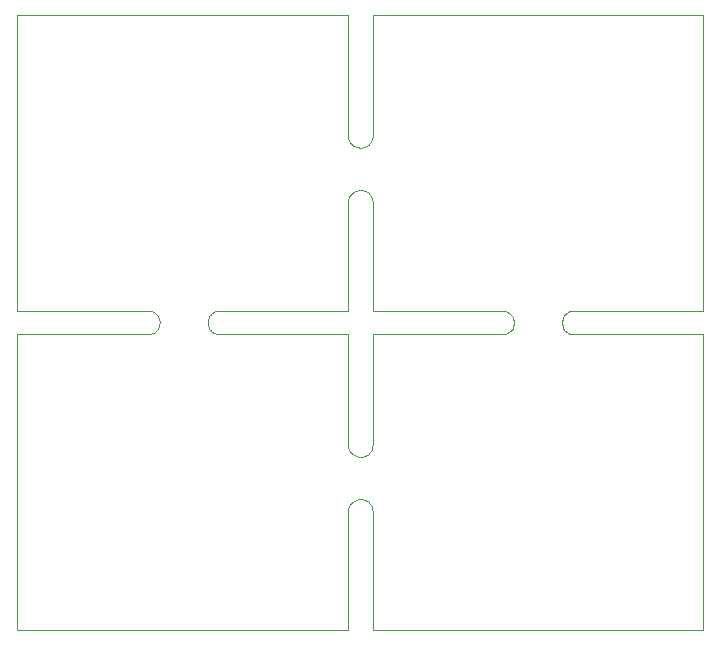
<source format=gko>
%MOIN*%
%OFA0B0*%
%FSLAX44Y44*%
%IPPOS*%
%LPD*%
%ADD10C,0*%
D10*
X00018515Y00009842D02*
X00018515Y00009842D01*
X00016121Y00009842D02*
X00016121Y00009842D01*
X00016121Y00009842D02*
X00011806Y00009842D01*
X00011806Y00006148D01*
X00011804Y00006106D01*
X00011798Y00006065D01*
X00011787Y00006025D01*
X00011772Y00005987D01*
X00011753Y00005950D01*
X00011730Y00005915D01*
X00011704Y00005883D01*
X00011675Y00005854D01*
X00011643Y00005828D01*
X00011608Y00005806D01*
X00011571Y00005787D01*
X00011532Y00005773D01*
X00011492Y00005762D01*
X00011451Y00005756D01*
X00011410Y00005754D01*
X00011368Y00005756D01*
X00011328Y00005763D01*
X00011288Y00005774D01*
X00011249Y00005790D01*
X00011212Y00005809D01*
X00011177Y00005829D01*
X00011160Y00005840D01*
X00011143Y00005852D01*
X00011127Y00005865D01*
X00011112Y00005878D01*
X00011097Y00005892D01*
X00011083Y00005907D01*
X00011070Y00005923D01*
X00011058Y00005939D01*
X00011046Y00005956D01*
X00011036Y00005973D01*
X00011026Y00005991D01*
X00011017Y00006010D01*
X00011009Y00006029D01*
X00011003Y00006048D01*
X00010997Y00006068D01*
X00010992Y00006087D01*
X00010989Y00006107D01*
X00010986Y00006128D01*
X00010984Y00006148D01*
X00010984Y00006168D01*
X00010984Y00009842D01*
X00006706Y00009842D01*
X00006675Y00009843D01*
X00006644Y00009847D01*
X00006614Y00009853D01*
X00006584Y00009861D01*
X00006555Y00009872D01*
X00006527Y00009885D01*
X00006500Y00009900D01*
X00006475Y00009917D01*
X00006450Y00009936D01*
X00006428Y00009957D01*
X00006407Y00009980D01*
X00006388Y00010004D01*
X00006370Y00010030D01*
X00006355Y00010057D01*
X00006342Y00010085D01*
X00006332Y00010114D01*
X00006323Y00010144D01*
X00006317Y00010174D01*
X00006314Y00010205D01*
X00006312Y00010236D01*
X00006312Y00010243D01*
X00006314Y00010274D01*
X00006317Y00010305D01*
X00006323Y00010335D01*
X00006332Y00010365D01*
X00006342Y00010394D01*
X00006355Y00010422D01*
X00006370Y00010449D01*
X00006388Y00010475D01*
X00006407Y00010499D01*
X00006428Y00010522D01*
X00006450Y00010543D01*
X00006475Y00010562D01*
X00006500Y00010579D01*
X00006527Y00010594D01*
X00006555Y00010607D01*
X00006584Y00010618D01*
X00006614Y00010626D01*
X00006644Y00010632D01*
X00006675Y00010636D01*
X00006706Y00010637D01*
X00010982Y00010637D01*
X00010982Y00014246D01*
X00010983Y00014271D01*
X00010985Y00014296D01*
X00010989Y00014321D01*
X00010995Y00014345D01*
X00011002Y00014370D01*
X00011011Y00014393D01*
X00011021Y00014416D01*
X00011033Y00014439D01*
X00011046Y00014460D01*
X00011060Y00014481D01*
X00011076Y00014501D01*
X00011093Y00014519D01*
X00011111Y00014537D01*
X00011130Y00014553D01*
X00011150Y00014568D01*
X00011171Y00014582D01*
X00011193Y00014594D01*
X00011216Y00014605D01*
X00011239Y00014615D01*
X00011263Y00014623D01*
X00011300Y00014634D01*
X00011335Y00014643D01*
X00011372Y00014648D01*
X00011408Y00014650D01*
X00011445Y00014649D01*
X00011481Y00014644D01*
X00011517Y00014636D01*
X00011552Y00014625D01*
X00011585Y00014611D01*
X00011617Y00014593D01*
X00011648Y00014572D01*
X00011676Y00014549D01*
X00011702Y00014523D01*
X00011726Y00014495D01*
X00011747Y00014465D01*
X00011764Y00014433D01*
X00011779Y00014400D01*
X00011791Y00014365D01*
X00011800Y00014330D01*
X00011805Y00014293D01*
X00011806Y00014257D01*
X00011806Y00010629D01*
X00016121Y00010629D01*
X00016183Y00010624D01*
X00016243Y00010610D01*
X00016300Y00010586D01*
X00016353Y00010554D01*
X00016400Y00010514D01*
X00016440Y00010467D01*
X00016472Y00010414D01*
X00016496Y00010357D01*
X00016510Y00010297D01*
X00016515Y00010235D01*
X00016510Y00010174D01*
X00016496Y00010114D01*
X00016472Y00010057D01*
X00016440Y00010004D01*
X00016400Y00009957D01*
X00016353Y00009917D01*
X00016300Y00009885D01*
X00016243Y00009861D01*
X00016183Y00009847D01*
X00016121Y00009842D01*
X00016121Y00009842D01*
X00022830Y00009842D02*
X00018515Y00009842D01*
X00018515Y00009842D01*
X00018453Y00009847D01*
X00018393Y00009861D01*
X00018336Y00009885D01*
X00018283Y00009917D01*
X00018237Y00009957D01*
X00018196Y00010004D01*
X00018164Y00010057D01*
X00018140Y00010114D01*
X00018126Y00010174D01*
X00018121Y00010235D01*
X00018126Y00010297D01*
X00018140Y00010357D01*
X00018164Y00010414D01*
X00018196Y00010467D01*
X00018237Y00010514D01*
X00018283Y00010554D01*
X00018336Y00010586D01*
X00018393Y00010610D01*
X00018453Y00010624D01*
X00018515Y00010629D01*
X00022830Y00010629D01*
X00022830Y00020472D01*
X00011806Y00020472D01*
X00011806Y00016459D01*
X00011805Y00016423D01*
X00011800Y00016386D01*
X00011791Y00016351D01*
X00011779Y00016316D01*
X00011764Y00016283D01*
X00011747Y00016251D01*
X00011726Y00016221D01*
X00011702Y00016192D01*
X00011676Y00016167D01*
X00011648Y00016144D01*
X00011617Y00016123D01*
X00011585Y00016105D01*
X00011552Y00016091D01*
X00011517Y00016080D01*
X00011481Y00016072D01*
X00011445Y00016067D01*
X00011408Y00016066D01*
X00011372Y00016068D01*
X00011335Y00016073D01*
X00011300Y00016082D01*
X00011263Y00016093D01*
X00011239Y00016101D01*
X00011216Y00016111D01*
X00011193Y00016122D01*
X00011171Y00016134D01*
X00011150Y00016148D01*
X00011130Y00016163D01*
X00011111Y00016179D01*
X00011093Y00016197D01*
X00011076Y00016215D01*
X00011060Y00016235D01*
X00011046Y00016256D01*
X00011033Y00016277D01*
X00011021Y00016300D01*
X00011011Y00016323D01*
X00011002Y00016346D01*
X00010995Y00016371D01*
X00010989Y00016395D01*
X00010985Y00016420D01*
X00010983Y00016445D01*
X00010982Y00016470D01*
X00010982Y00020480D01*
X-00000040Y00020480D01*
X-00000040Y00010637D01*
X00004315Y00010637D01*
X00004346Y00010636D01*
X00004377Y00010632D01*
X00004407Y00010626D01*
X00004437Y00010618D01*
X00004466Y00010607D01*
X00004494Y00010594D01*
X00004521Y00010579D01*
X00004546Y00010562D01*
X00004571Y00010543D01*
X00004593Y00010522D01*
X00004614Y00010499D01*
X00004634Y00010475D01*
X00004651Y00010449D01*
X00004666Y00010422D01*
X00004679Y00010394D01*
X00004689Y00010365D01*
X00004698Y00010335D01*
X00004704Y00010305D01*
X00004708Y00010274D01*
X00004709Y00010243D01*
X00004709Y00010236D01*
X00004708Y00010205D01*
X00004704Y00010174D01*
X00004698Y00010144D01*
X00004689Y00010114D01*
X00004679Y00010085D01*
X00004666Y00010057D01*
X00004651Y00010030D01*
X00004634Y00010004D01*
X00004614Y00009980D01*
X00004593Y00009957D01*
X00004571Y00009936D01*
X00004546Y00009917D01*
X00004521Y00009900D01*
X00004494Y00009885D01*
X00004466Y00009872D01*
X00004437Y00009861D01*
X00004407Y00009853D01*
X00004377Y00009847D01*
X00004346Y00009843D01*
X00004315Y00009842D01*
X-00000039Y00009842D01*
X-00000039Y00000000D01*
X00010984Y00000000D01*
X00010984Y00003934D01*
X00010984Y00003955D01*
X00010986Y00003975D01*
X00010989Y00003995D01*
X00010992Y00004015D01*
X00010997Y00004035D01*
X00011003Y00004055D01*
X00011009Y00004074D01*
X00011017Y00004093D01*
X00011026Y00004111D01*
X00011036Y00004129D01*
X00011046Y00004147D01*
X00011058Y00004164D01*
X00011070Y00004180D01*
X00011083Y00004196D01*
X00011097Y00004210D01*
X00011112Y00004225D01*
X00011127Y00004238D01*
X00011143Y00004251D01*
X00011160Y00004262D01*
X00011177Y00004273D01*
X00011212Y00004294D01*
X00011249Y00004313D01*
X00011288Y00004328D01*
X00011328Y00004339D01*
X00011368Y00004346D01*
X00011410Y00004349D01*
X00011451Y00004347D01*
X00011492Y00004341D01*
X00011532Y00004330D01*
X00011571Y00004315D01*
X00011608Y00004297D01*
X00011643Y00004274D01*
X00011675Y00004249D01*
X00011704Y00004219D01*
X00011730Y00004187D01*
X00011753Y00004153D01*
X00011772Y00004116D01*
X00011787Y00004077D01*
X00011798Y00004037D01*
X00011804Y00003996D01*
X00011806Y00003955D01*
X00011806Y00000000D01*
X00022830Y00000000D01*
X00022830Y00009842D01*
M02*
</source>
